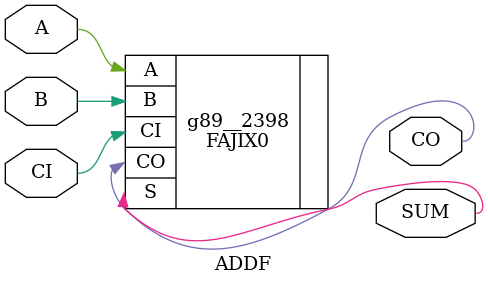
<source format=v>


// Verification Directory fv/ADDF 

module ADDF(A, B, CI, CO, SUM);
  input [0:0] A, B, CI;
  output [0:0] CO, SUM;
  wire [0:0] A, B, CI;
  wire [0:0] CO, SUM;
  FAJIX0 g89__2398(.A (A), .B (B), .CI (CI), .CO (CO), .S (SUM));
endmodule


</source>
